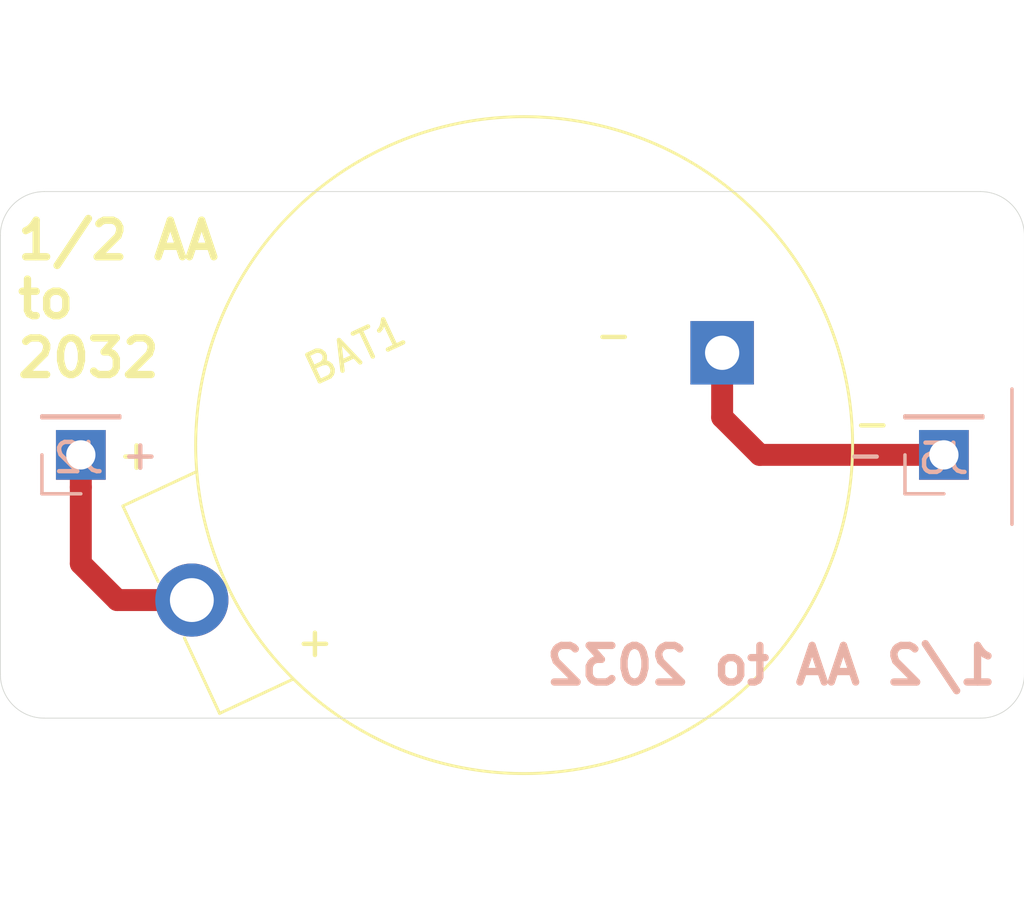
<source format=kicad_pcb>
(kicad_pcb (version 20171130) (host pcbnew "(5.1.5)-3")

  (general
    (thickness 1.6)
    (drawings 17)
    (tracks 8)
    (zones 0)
    (modules 3)
    (nets 3)
  )

  (page A4)
  (title_block
    (title NiCad-2-2032-13)
    (date 2020-08-02)
    (rev 1.0)
    (comment 4 "Author: James Powell")
  )

  (layers
    (0 F.Cu signal)
    (31 B.Cu signal)
    (32 B.Adhes user)
    (33 F.Adhes user)
    (34 B.Paste user)
    (35 F.Paste user)
    (36 B.SilkS user)
    (37 F.SilkS user)
    (38 B.Mask user)
    (39 F.Mask user)
    (40 Dwgs.User user)
    (41 Cmts.User user)
    (42 Eco1.User user)
    (43 Eco2.User user)
    (44 Edge.Cuts user)
    (45 Margin user)
    (46 B.CrtYd user)
    (47 F.CrtYd user hide)
    (48 B.Fab user)
    (49 F.Fab user hide)
  )

  (setup
    (last_trace_width 0.254)
    (trace_clearance 0.254)
    (zone_clearance 0.508)
    (zone_45_only no)
    (trace_min 0.1524)
    (via_size 0.762)
    (via_drill 0.381)
    (via_min_size 0.6858)
    (via_min_drill 0.3302)
    (uvia_size 0.762)
    (uvia_drill 0.381)
    (uvias_allowed no)
    (uvia_min_size 0.6858)
    (uvia_min_drill 0.3302)
    (edge_width 0.05)
    (segment_width 0.7)
    (pcb_text_width 0.3)
    (pcb_text_size 1.5 1.5)
    (mod_edge_width 0.12)
    (mod_text_size 1 1)
    (mod_text_width 0.15)
    (pad_size 2.17 2.17)
    (pad_drill 1.17)
    (pad_to_mask_clearance 0.0508)
    (aux_axis_origin 0 0)
    (visible_elements 7FFFFFFF)
    (pcbplotparams
      (layerselection 0x010fc_ffffffff)
      (usegerberextensions false)
      (usegerberattributes false)
      (usegerberadvancedattributes false)
      (creategerberjobfile false)
      (excludeedgelayer true)
      (linewidth 0.100000)
      (plotframeref false)
      (viasonmask false)
      (mode 1)
      (useauxorigin false)
      (hpglpennumber 1)
      (hpglpenspeed 20)
      (hpglpendiameter 15.000000)
      (psnegative false)
      (psa4output false)
      (plotreference true)
      (plotvalue true)
      (plotinvisibletext false)
      (padsonsilk false)
      (subtractmaskfromsilk false)
      (outputformat 1)
      (mirror false)
      (drillshape 1)
      (scaleselection 1)
      (outputdirectory ""))
  )

  (net 0 "")
  (net 1 "Net-(BAT1-PadPos)")
  (net 2 "Net-(BAT1-PadNeg)")

  (net_class Default "This is the default net class."
    (clearance 0.254)
    (trace_width 0.254)
    (via_dia 0.762)
    (via_drill 0.381)
    (uvia_dia 0.762)
    (uvia_drill 0.381)
    (add_net "Net-(BAT1-PadNeg)")
    (add_net "Net-(BAT1-PadPos)")
  )

  (module digikey-footprints:Battery_Holder_Coin_2032_BS-7 (layer F.Cu) (tedit 5FCD9398) (tstamp 5FCD98B4)
    (at 134.6708 113.0108 205)
    (descr http://www.memoryprotectiondevices.com/datasheets/BS-7-datasheet.pdf)
    (path /5F27F1B9)
    (fp_text reference BAT1 (at 11.3284 5.3848 25) (layer F.SilkS)
      (effects (font (size 1 1) (thickness 0.15)))
    )
    (fp_text value BS-7 (at 7.4676 5.588 25) (layer F.Fab)
      (effects (font (size 1 1) (thickness 0.15)))
    )
    (fp_line (start -3.9624 11.43) (end 21.5138 11.43) (layer F.CrtYd) (width 0.05))
    (fp_line (start -3.9624 -11.43) (end 21.5138 -11.43) (layer F.CrtYd) (width 0.05))
    (fp_line (start 21.5138 -11.43) (end 21.5138 11.43) (layer F.CrtYd) (width 0.05))
    (fp_line (start -3.9624 -11.43) (end -3.9624 11.43) (layer F.CrtYd) (width 0.05))
    (fp_line (start 20.7772 3.9116) (end 20.7772 1.0668) (layer F.SilkS) (width 0.1))
    (fp_line (start 20.7772 -3.9116) (end 20.7772 -1.0668) (layer F.SilkS) (width 0.1))
    (fp_line (start 18.034 3.9116) (end 20.7772 3.9116) (layer F.SilkS) (width 0.1))
    (fp_line (start 18.034 -3.9116) (end 20.7772 -3.9116) (layer F.SilkS) (width 0.1))
    (fp_line (start 20.6756 -3.81) (end 20.6756 3.81) (layer F.Fab) (width 0.1))
    (fp_line (start 17.9832 3.81) (end 20.6756 3.81) (layer F.Fab) (width 0.1))
    (fp_line (start 17.9832 -3.81) (end 20.6756 -3.81) (layer F.Fab) (width 0.1))
    (fp_text user %R (at 7.366 7.874 25) (layer F.Fab)
      (effects (font (size 1 1) (thickness 0.15)))
    )
    (fp_circle (center 7.4676 0) (end -3.7592 0) (layer F.SilkS) (width 0.1))
    (fp_circle (center 7.4676 0) (end -3.7084 0) (layer F.Fab) (width 0.1))
    (pad Neg thru_hole rect (at 0 0 180) (size 2.17 2.17) (drill 1.17) (layers *.Cu *.Mask)
      (net 2 "Net-(BAT1-PadNeg)"))
    (pad Pos thru_hole circle (at 20 0 205) (size 2.5 2.5) (drill 1.5) (layers *.Cu *.Mask)
      (net 1 "Net-(BAT1-PadPos)"))
  )

  (module Connector_PinHeader_2.54mm:PinHeader_1x01_P2.54mm_Vertical (layer B.Cu) (tedit 59FED5CC) (tstamp 5FCD7B78)
    (at 112.75 116.5)
    (descr "Through hole straight pin header, 1x01, 2.54mm pitch, single row")
    (tags "Through hole pin header THT 1x01 2.54mm single row")
    (path /5F28154D)
    (fp_text reference J2 (at -0.0756 0.1016) (layer B.SilkS)
      (effects (font (size 1 1) (thickness 0.15)) (justify mirror))
    )
    (fp_text value + (at 0 -2.33) (layer B.Fab)
      (effects (font (size 1 1) (thickness 0.15)) (justify mirror))
    )
    (fp_line (start -0.635 1.27) (end 1.27 1.27) (layer B.Fab) (width 0.1))
    (fp_line (start 1.27 1.27) (end 1.27 -1.27) (layer B.Fab) (width 0.1))
    (fp_line (start 1.27 -1.27) (end -1.27 -1.27) (layer B.Fab) (width 0.1))
    (fp_line (start -1.27 -1.27) (end -1.27 0.635) (layer B.Fab) (width 0.1))
    (fp_line (start -1.27 0.635) (end -0.635 1.27) (layer B.Fab) (width 0.1))
    (fp_line (start -1.33 -1.33) (end 1.33 -1.33) (layer B.SilkS) (width 0.12))
    (fp_line (start -1.33 -1.27) (end -1.33 -1.33) (layer B.SilkS) (width 0.12))
    (fp_line (start 1.33 -1.27) (end 1.33 -1.33) (layer B.SilkS) (width 0.12))
    (fp_line (start -1.33 -1.27) (end 1.33 -1.27) (layer B.SilkS) (width 0.12))
    (fp_line (start -1.33 0) (end -1.33 1.33) (layer B.SilkS) (width 0.12))
    (fp_line (start -1.33 1.33) (end 0 1.33) (layer B.SilkS) (width 0.12))
    (fp_line (start -1.8 1.8) (end -1.8 -1.8) (layer B.CrtYd) (width 0.05))
    (fp_line (start -1.8 -1.8) (end 1.8 -1.8) (layer B.CrtYd) (width 0.05))
    (fp_line (start 1.8 -1.8) (end 1.8 1.8) (layer B.CrtYd) (width 0.05))
    (fp_line (start 1.8 1.8) (end -1.8 1.8) (layer B.CrtYd) (width 0.05))
    (fp_text user %R (at 0 0 -45) (layer B.Fab)
      (effects (font (size 1 1) (thickness 0.15)) (justify mirror))
    )
    (pad 1 thru_hole rect (at 0 0) (size 1.7 1.7) (drill 1) (layers *.Cu *.Mask)
      (net 1 "Net-(BAT1-PadPos)"))
    (model ${KISYS3DMOD}/Connector_PinHeader_2.54mm.3dshapes/PinHeader_1x01_P2.54mm_Vertical.wrl
      (at (xyz 0 0 0))
      (scale (xyz 1 1 1))
      (rotate (xyz 0 0 0))
    )
  )

  (module Connector_PinHeader_2.54mm:PinHeader_1x01_P2.54mm_Vertical (layer B.Cu) (tedit 59FED5CC) (tstamp 5FCD7BB4)
    (at 142.25 116.5)
    (descr "Through hole straight pin header, 1x01, 2.54mm pitch, single row")
    (tags "Through hole pin header THT 1x01 2.54mm single row")
    (path /5FCD69BB)
    (fp_text reference J5 (at -0.01 0.127) (layer B.SilkS)
      (effects (font (size 1 1) (thickness 0.15)) (justify mirror))
    )
    (fp_text value - (at 0 -2.33) (layer B.Fab)
      (effects (font (size 1 1) (thickness 0.15)) (justify mirror))
    )
    (fp_text user %R (at 0 0 -90) (layer B.Fab)
      (effects (font (size 1 1) (thickness 0.15)) (justify mirror))
    )
    (fp_line (start 1.8 1.8) (end -1.8 1.8) (layer B.CrtYd) (width 0.05))
    (fp_line (start 1.8 -1.8) (end 1.8 1.8) (layer B.CrtYd) (width 0.05))
    (fp_line (start -1.8 -1.8) (end 1.8 -1.8) (layer B.CrtYd) (width 0.05))
    (fp_line (start -1.8 1.8) (end -1.8 -1.8) (layer B.CrtYd) (width 0.05))
    (fp_line (start -1.33 1.33) (end 0 1.33) (layer B.SilkS) (width 0.12))
    (fp_line (start -1.33 0) (end -1.33 1.33) (layer B.SilkS) (width 0.12))
    (fp_line (start -1.33 -1.27) (end 1.33 -1.27) (layer B.SilkS) (width 0.12))
    (fp_line (start 1.33 -1.27) (end 1.33 -1.33) (layer B.SilkS) (width 0.12))
    (fp_line (start -1.33 -1.27) (end -1.33 -1.33) (layer B.SilkS) (width 0.12))
    (fp_line (start -1.33 -1.33) (end 1.33 -1.33) (layer B.SilkS) (width 0.12))
    (fp_line (start -1.27 0.635) (end -0.635 1.27) (layer B.Fab) (width 0.1))
    (fp_line (start -1.27 -1.27) (end -1.27 0.635) (layer B.Fab) (width 0.1))
    (fp_line (start 1.27 -1.27) (end -1.27 -1.27) (layer B.Fab) (width 0.1))
    (fp_line (start 1.27 1.27) (end 1.27 -1.27) (layer B.Fab) (width 0.1))
    (fp_line (start -0.635 1.27) (end 1.27 1.27) (layer B.Fab) (width 0.1))
    (pad 1 thru_hole rect (at 0 0) (size 1.7 1.7) (drill 1) (layers *.Cu *.Mask)
      (net 2 "Net-(BAT1-PadNeg)"))
    (model ${KISYS3DMOD}/Connector_PinHeader_2.54mm.3dshapes/PinHeader_1x01_P2.54mm_Vertical.wrl
      (at (xyz 0 0 0))
      (scale (xyz 1 1 1))
      (rotate (xyz 0 0 0))
    )
  )

  (gr_text + (at 114.7826 116.4844) (layer B.SilkS)
    (effects (font (size 1 1) (thickness 0.15)) (justify mirror))
  )
  (gr_text - (at 139.573 116.4844) (layer B.SilkS)
    (effects (font (size 1 1) (thickness 0.15)) (justify mirror))
  )
  (gr_text + (at 114.6556 116.4844) (layer F.SilkS) (tstamp 5FCD7B59)
    (effects (font (size 1 1) (thickness 0.15)))
  )
  (gr_line (start 144.5768 114.2492) (end 144.5768 118.872) (layer B.SilkS) (width 0.12))
  (gr_text - (at 130.9624 112.395) (layer F.SilkS)
    (effects (font (size 1 1) (thickness 0.15)))
  )
  (gr_text + (at 120.7516 122.8852) (layer F.SilkS)
    (effects (font (size 1 1) (thickness 0.15)))
  )
  (gr_text - (at 139.8016 115.4176) (layer F.SilkS) (tstamp 5FCD7B5F)
    (effects (font (size 1 1) (thickness 0.15)))
  )
  (gr_arc (start 143.5014 124) (end 145 124) (angle 90) (layer Edge.Cuts) (width 0.0254) (tstamp 5FCD7B14))
  (gr_arc (start 143.5014 109) (end 145 109) (angle -90) (layer Edge.Cuts) (width 0.0254) (tstamp 5FCD7AF3))
  (gr_line (start 145 124) (end 145 109) (layer Edge.Cuts) (width 0.0254) (tstamp 5FCD7B1A))
  (gr_text "1/2 AA\nto\n2032\n" (at 110.4646 111.1758) (layer F.SilkS) (tstamp 5FCD7B56)
    (effects (font (size 1.25 1.25) (thickness 0.25)) (justify left))
  )
  (gr_arc (start 111.4986 124) (end 110 124) (angle -90) (layer Edge.Cuts) (width 0.0254) (tstamp 5FCD7AF9))
  (gr_arc (start 111.4986 109) (end 110 109) (angle 90) (layer Edge.Cuts) (width 0.0254) (tstamp 5FCD7B0E))
  (gr_line (start 111.4986 125.5) (end 143.5014 125.5) (layer Edge.Cuts) (width 0.0254) (tstamp 5FCD7B0B))
  (gr_line (start 111.4986 107.5) (end 143.5014 107.5) (layer Edge.Cuts) (width 0.0254) (tstamp 5FCD7AFF))
  (gr_line (start 110 124) (end 110 109) (layer Edge.Cuts) (width 0.0254) (tstamp 5FCD7B11))
  (gr_text "1/2 AA to 2032\n" (at 136.3472 123.698) (layer B.SilkS) (tstamp 5FCD7B53)
    (effects (font (size 1.25 1.25) (thickness 0.25)) (justify mirror))
  )

  (segment (start 112.75 117.604) (end 112.7252 117.6288) (width 0.254) (layer F.Cu) (net 1))
  (segment (start 112.75 116.5) (end 112.75 117.604) (width 0.75) (layer F.Cu) (net 1))
  (segment (start 113.995565 121.463165) (end 116.544644 121.463165) (width 0.75) (layer F.Cu) (net 1))
  (segment (start 112.75 120.2176) (end 113.995565 121.463165) (width 0.75) (layer F.Cu) (net 1))
  (segment (start 112.75 117.604) (end 112.75 120.2176) (width 0.75) (layer F.Cu) (net 1))
  (segment (start 135.9564 116.5) (end 142.25 116.5) (width 0.75) (layer F.Cu) (net 2))
  (segment (start 134.6708 113.0108) (end 134.6708 115.2144) (width 0.75) (layer F.Cu) (net 2))
  (segment (start 134.6708 115.2144) (end 135.9564 116.5) (width 0.75) (layer F.Cu) (net 2))

)

</source>
